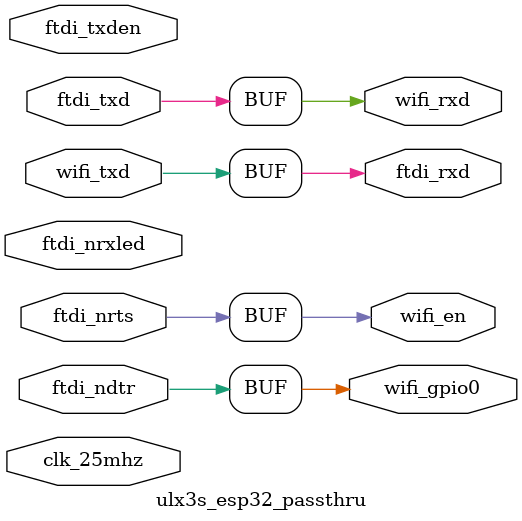
<source format=sv>

`default_nettype none

module ulx3s_esp32_passthru (
    // required by your constraint file
    input wire clk_25mhz,

    // FTDI USB-serial
    output wire ftdi_rxd,   // FPGA -> FTDI (TX to host)
    input  wire ftdi_txd,   // FTDI -> FPGA (RX from host)
    input  wire ftdi_nrts,  // active-low modem control from host
    input  wire ftdi_ndtr,  // active-low modem control from host

    // ESP32 “wifi” UART
    output wire wifi_rxd,  // FPGA -> ESP32 RX0
    input  wire wifi_txd,  // ESP32 TX0 -> FPGA

    // ESP32 boot/reset controls
    output wire wifi_en,    // enable/reset
    output wire wifi_gpio0, // GPIO0 strap

    // present in your .lpf; leave unused but must exist if you don’t edit constraints
    input wire ftdi_txden,
    input wire ftdi_nrxled
);

  // UART passthru
  assign wifi_rxd = ftdi_txd;
  assign ftdi_rxd = wifi_txd;

  // Auto-boot wiring (simple, no filtering/deglitching)
  // ftdi_* are active-low inputs; invert to get active-high asserted signals
  wire dtr = ~ftdi_ndtr;
  wire rts = ~ftdi_nrts;

  // Drive ESP32 into ROM bootloader using DTR/RTS (common convention):
  //   DTR asserted -> GPIO0 low
  //   RTS asserted -> EN low (reset)
  assign wifi_gpio0 = ~dtr;
  assign wifi_en    = ~rts;

endmodule

</source>
